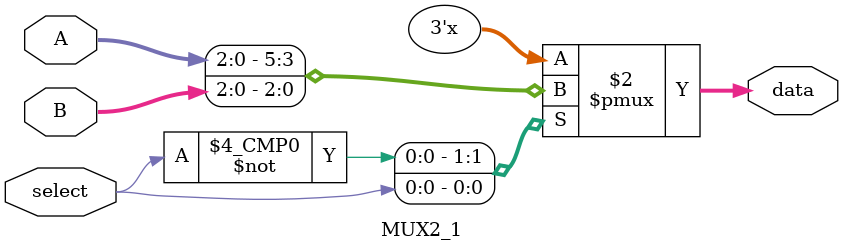
<source format=v>

module MUX2_1(
	 input     select,
	 output reg  [2:0]  data,
	 input [2:0] A,
	 input [2:0] B
	 
);


always @(*)
     case(select)
        1'b0: data = A;
		  1'b1: data = B;

     endcase


endmodule
</source>
